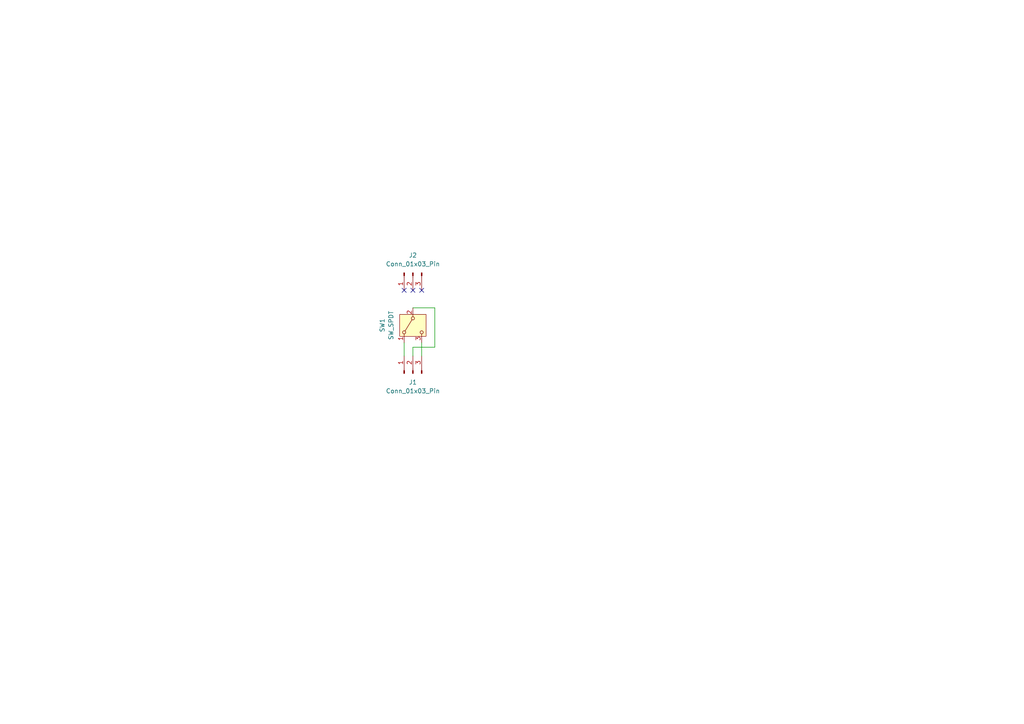
<source format=kicad_sch>
(kicad_sch (version 20250114) (generator "eeschema") (generator_version "9.0")
  (paper "A4")
  (lib_symbols
    (symbol "Connector:Conn_01x03_Pin" (pin_names (offset 1.016) (hide yes))
      (property "Reference" "J" (at 0 5.08 0))
      (property "Value" "Conn_01x03_Pin" (at 0 -5.08 0))
      (symbol "Conn_01x03_Pin_1_1"
        (rectangle (start 0.8636 2.667) (end 0 2.413) (stroke (width 0.1524)) (fill (type outline)))
        (rectangle (start 0.8636 0.127) (end 0 -0.127) (stroke (width 0.1524)) (fill (type outline)))
        (rectangle (start 0.8636 -2.413) (end 0 -2.667) (stroke (width 0.1524)) (fill (type outline)))
        (polyline (pts (xy 1.27 2.54) (xy 0.8636 2.54)) (stroke (width 0.1524)))
        (polyline (pts (xy 1.27 0) (xy 0.8636 0)) (stroke (width 0.1524)))
        (polyline (pts (xy 1.27 -2.54) (xy 0.8636 -2.54)) (stroke (width 0.1524)))
        (pin passive line (at 5.08 2.54 180) (length 3.81) (name "Pin_1") (number "1"))
        (pin passive line (at 5.08 0 180) (length 3.81) (name "Pin_2") (number "2"))
        (pin passive line (at 5.08 -2.54 180) (length 3.81) (name "Pin_3") (number "3"))
      )
    )
    (symbol "Switch:SW_SPDT" (pin_names (offset 0) (hide yes))
      (property "Reference" "SW" (at 0 5.08 0))
      (property "Value" "SW_SPDT" (at 0 -5.08 0))
      (symbol "SW_SPDT_0_1"
        (circle (center -2.032 0) (radius 0.4572))
        (polyline (pts (xy -1.651 0.254) (xy 1.651 2.286)))
        (circle (center 2.032 2.54) (radius 0.4572))
        (circle (center 2.032 -2.54) (radius 0.4572))
      )
      (symbol "SW_SPDT_1_1"
        (rectangle (start -3.175 3.81) (end 3.175 -3.81) (fill (type background)))
        (pin passive line (at -5.08 0 0) (length 2.54) (name "B") (number "2"))
        (pin passive line (at 5.08 2.54 180) (length 2.54) (name "A") (number "1"))
        (pin passive line (at 5.08 -2.54 180) (length 2.54) (name "C") (number "3"))
      )
    )
  )
  (no_connect (at 122.301 84.201))
  (no_connect (at 117.221 84.201))
  (no_connect (at 119.761 84.201))
  (wire (pts (xy 119.761 103.251) (xy 119.761 100.711)))
  (wire (pts (xy 126.111 100.711) (xy 126.111 89.281)))
  (wire (pts (xy 117.221 103.251) (xy 117.221 99.441)))
  (wire (pts (xy 122.301 103.251) (xy 122.301 99.441)))
  (wire (pts (xy 119.761 100.711) (xy 126.111 100.711)))
  (wire (pts (xy 126.111 89.281) (xy 119.761 89.281)))
  (symbol (lib_id "Connector:Conn_01x03_Pin") (at 119.761 79.121 90) (mirror x) (unit 1)
    (property "Reference" "J2" (at 119.761 74.041 90))
    (property "Value" "Conn_01x03_Pin" (at 119.761 76.581 90))
    (property "Footprint" "Connector_PinHeader_2.54mm:PinHeader_1x03_P2.54mm_Vertical" (effects (hide yes)))
    (property "Description" "Generic connector, single row, 01x03, script generated" (effects (hide yes)))
  )
  (symbol (lib_id "Connector:Conn_01x03_Pin") (at 119.761 108.331 90) (unit 1)
    (property "Reference" "J1" (at 119.761 110.871 90))
    (property "Value" "Conn_01x03_Pin" (at 119.761 113.411 90))
    (property "Footprint" "Connector_PinHeader_2.54mm:PinHeader_1x03_P2.54mm_Vertical" (effects (hide yes)))
    (property "Description" "Generic connector, single row, 01x03, script generated" (effects (hide yes)))
  )
  (symbol (lib_id "Switch:SW_SPDT") (at 119.761 94.361 90) (mirror x) (unit 1)
    (property "Reference" "SW1" (at 110.871 94.361 0))
    (property "Value" "SW_SPDT" (at 113.411 94.361 0))
    (property "Footprint" "winterbloom:Miniature_Switch_SPDT_2.54MM" (effects (hide yes)))
    (property "Description" "Switch, single pole double throw" (effects (hide yes)))
  )
)
</source>
